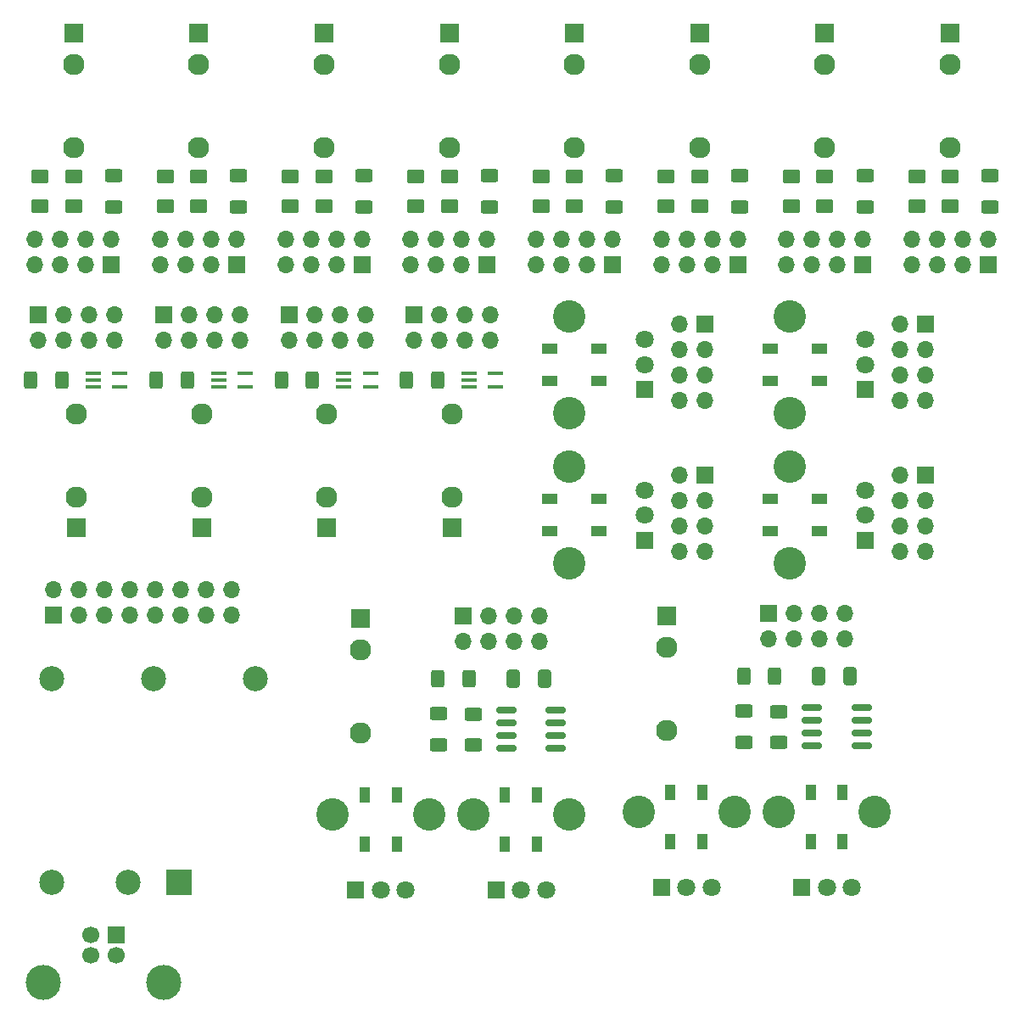
<source format=gbr>
%TF.GenerationSoftware,KiCad,Pcbnew,(6.0.4)*%
%TF.CreationDate,2022-06-03T20:27:28+02:00*%
%TF.ProjectId,vestmannaeyjar-rounded,76657374-6d61-46e6-9e61-65796a61722d,rev?*%
%TF.SameCoordinates,Original*%
%TF.FileFunction,Soldermask,Top*%
%TF.FilePolarity,Negative*%
%FSLAX46Y46*%
G04 Gerber Fmt 4.6, Leading zero omitted, Abs format (unit mm)*
G04 Created by KiCad (PCBNEW (6.0.4)) date 2022-06-03 20:27:28*
%MOMM*%
%LPD*%
G01*
G04 APERTURE LIST*
G04 Aperture macros list*
%AMRoundRect*
0 Rectangle with rounded corners*
0 $1 Rounding radius*
0 $2 $3 $4 $5 $6 $7 $8 $9 X,Y pos of 4 corners*
0 Add a 4 corners polygon primitive as box body*
4,1,4,$2,$3,$4,$5,$6,$7,$8,$9,$2,$3,0*
0 Add four circle primitives for the rounded corners*
1,1,$1+$1,$2,$3*
1,1,$1+$1,$4,$5*
1,1,$1+$1,$6,$7*
1,1,$1+$1,$8,$9*
0 Add four rect primitives between the rounded corners*
20,1,$1+$1,$2,$3,$4,$5,0*
20,1,$1+$1,$4,$5,$6,$7,0*
20,1,$1+$1,$6,$7,$8,$9,0*
20,1,$1+$1,$8,$9,$2,$3,0*%
G04 Aperture macros list end*
%ADD10RoundRect,0.250000X-0.625000X0.400000X-0.625000X-0.400000X0.625000X-0.400000X0.625000X0.400000X0*%
%ADD11R,1.500000X0.400000*%
%ADD12R,2.500000X2.500000*%
%ADD13C,2.500000*%
%ADD14R,1.930000X1.830000*%
%ADD15C,2.130000*%
%ADD16C,3.240000*%
%ADD17R,1.800000X1.800000*%
%ADD18C,1.800000*%
%ADD19RoundRect,0.250001X-0.624999X0.462499X-0.624999X-0.462499X0.624999X-0.462499X0.624999X0.462499X0*%
%ADD20R,1.000000X1.500000*%
%ADD21RoundRect,0.250001X0.624999X-0.462499X0.624999X0.462499X-0.624999X0.462499X-0.624999X-0.462499X0*%
%ADD22RoundRect,0.250000X-0.412500X-0.650000X0.412500X-0.650000X0.412500X0.650000X-0.412500X0.650000X0*%
%ADD23R,1.500000X1.000000*%
%ADD24RoundRect,0.250000X0.625000X-0.400000X0.625000X0.400000X-0.625000X0.400000X-0.625000X-0.400000X0*%
%ADD25RoundRect,0.250000X0.400000X0.625000X-0.400000X0.625000X-0.400000X-0.625000X0.400000X-0.625000X0*%
%ADD26RoundRect,0.150000X-0.825000X-0.150000X0.825000X-0.150000X0.825000X0.150000X-0.825000X0.150000X0*%
%ADD27R,1.700000X1.700000*%
%ADD28O,1.700000X1.700000*%
%ADD29C,1.700000*%
%ADD30C,3.500000*%
G04 APERTURE END LIST*
D10*
%TO.C,R12*%
X30000000Y-36175000D03*
X30000000Y-39275000D03*
%TD*%
%TO.C,R14*%
X42500000Y-36175000D03*
X42500000Y-39275000D03*
%TD*%
D11*
%TO.C,U5*%
X65470000Y-55890000D03*
X65470000Y-56540000D03*
X65470000Y-57190000D03*
X68130000Y-57190000D03*
X68130000Y-55890000D03*
%TD*%
D12*
%TO.C,U3*%
X36540000Y-106655000D03*
D13*
X34000000Y-86335000D03*
X31460000Y-106655000D03*
X44160000Y-86335000D03*
X23840000Y-106655000D03*
X23840000Y-86335000D03*
%TD*%
D14*
%TO.C,J20*%
X38500000Y-21945000D03*
D15*
X38500000Y-33345000D03*
X38500000Y-25045000D03*
%TD*%
D16*
%TO.C,RV3*%
X51880000Y-99892500D03*
X61480000Y-99892500D03*
D17*
X54180000Y-107392500D03*
D18*
X56680000Y-107392500D03*
X59180000Y-107392500D03*
%TD*%
D19*
%TO.C,D10*%
X110160000Y-36237500D03*
X110160000Y-39212500D03*
%TD*%
D20*
%TO.C,D22*%
X102780000Y-97689999D03*
X99580000Y-97689999D03*
X99580000Y-102589999D03*
X102780000Y-102589999D03*
%TD*%
D21*
%TO.C,D9*%
X113500000Y-39212500D03*
X113500000Y-36237500D03*
%TD*%
D10*
%TO.C,R9*%
X105000000Y-36175000D03*
X105000000Y-39275000D03*
%TD*%
D14*
%TO.C,J2*%
X85180000Y-80084999D03*
D15*
X85180000Y-91484999D03*
X85180000Y-83184999D03*
%TD*%
D11*
%TO.C,U4*%
X40470000Y-55890000D03*
X40470000Y-56540000D03*
X40470000Y-57190000D03*
X43130000Y-57190000D03*
X43130000Y-55890000D03*
%TD*%
D22*
%TO.C,C1*%
X100367500Y-86139999D03*
X103492500Y-86139999D03*
%TD*%
D23*
%TO.C,D19*%
X78440000Y-71620000D03*
X78440000Y-68420000D03*
X73540000Y-68420000D03*
X73540000Y-71620000D03*
%TD*%
D14*
%TO.C,J26*%
X26299999Y-71320000D03*
D15*
X26299999Y-59920000D03*
X26299999Y-68220000D03*
%TD*%
D14*
%TO.C,J28*%
X51300000Y-71320000D03*
D15*
X51300000Y-59920000D03*
X51300000Y-68220000D03*
%TD*%
D14*
%TO.C,J11*%
X51000000Y-21945000D03*
D15*
X51000000Y-33345000D03*
X51000000Y-25045000D03*
%TD*%
D16*
%TO.C,RV8*%
X97490000Y-59820000D03*
X97490000Y-50220000D03*
D17*
X104990000Y-57520000D03*
D18*
X104990000Y-55020000D03*
X104990000Y-52520000D03*
%TD*%
D24*
%TO.C,R5*%
X62430000Y-92942500D03*
X62430000Y-89842500D03*
%TD*%
D10*
%TO.C,R13*%
X92500000Y-36175000D03*
X92500000Y-39275000D03*
%TD*%
D14*
%TO.C,J17*%
X88500000Y-21945000D03*
D15*
X88500000Y-33345000D03*
X88500000Y-25045000D03*
%TD*%
D14*
%TO.C,J7*%
X63500000Y-21945000D03*
D15*
X63500000Y-33345000D03*
X63500000Y-25045000D03*
%TD*%
D21*
%TO.C,D7*%
X51000000Y-39212500D03*
X51000000Y-36237500D03*
%TD*%
D10*
%TO.C,R8*%
X67500000Y-36175000D03*
X67500000Y-39275000D03*
%TD*%
%TO.C,R10*%
X55000000Y-36175000D03*
X55000000Y-39275000D03*
%TD*%
D20*
%TO.C,D24*%
X72280000Y-97942500D03*
X69080000Y-97942500D03*
X69080000Y-102842500D03*
X72280000Y-102842500D03*
%TD*%
D19*
%TO.C,D4*%
X60160000Y-36237500D03*
X60160000Y-39212500D03*
%TD*%
D25*
%TO.C,R6*%
X65480000Y-86392500D03*
X62380000Y-86392500D03*
%TD*%
D19*
%TO.C,D2*%
X72660000Y-36237500D03*
X72660000Y-39212500D03*
%TD*%
D21*
%TO.C,D11*%
X26000000Y-39212500D03*
X26000000Y-36237500D03*
%TD*%
D11*
%TO.C,U7*%
X52970001Y-55890000D03*
X52970001Y-56540000D03*
X52970001Y-57190000D03*
X55630001Y-57190000D03*
X55630001Y-55890000D03*
%TD*%
D16*
%TO.C,RV5*%
X97490000Y-65220000D03*
X97490000Y-74820000D03*
D17*
X104990000Y-72520000D03*
D18*
X104990000Y-70020000D03*
X104990000Y-67520000D03*
%TD*%
D14*
%TO.C,J4*%
X54680000Y-80337500D03*
D15*
X54680000Y-91737500D03*
X54680000Y-83437500D03*
%TD*%
D19*
%TO.C,D12*%
X22660000Y-36237500D03*
X22660000Y-39212500D03*
%TD*%
D21*
%TO.C,D3*%
X63500000Y-39212500D03*
X63500000Y-36237500D03*
%TD*%
D16*
%TO.C,RV6*%
X75490000Y-50220000D03*
X75490000Y-59820000D03*
D17*
X82990000Y-57520000D03*
D18*
X82990000Y-55020000D03*
X82990000Y-52520000D03*
%TD*%
D16*
%TO.C,RV7*%
X75490000Y-65220000D03*
X75490000Y-74820000D03*
D17*
X82990000Y-72520000D03*
D18*
X82990000Y-70020000D03*
X82990000Y-67520000D03*
%TD*%
D21*
%TO.C,D1*%
X76000000Y-39212500D03*
X76000000Y-36237500D03*
%TD*%
D14*
%TO.C,J5*%
X76000000Y-21945000D03*
D15*
X76000000Y-33345000D03*
X76000000Y-25045000D03*
%TD*%
D14*
%TO.C,J13*%
X113500000Y-21945000D03*
D15*
X113500000Y-33345000D03*
X113500000Y-25045000D03*
%TD*%
D25*
%TO.C,R15*%
X37349999Y-56540000D03*
X34249999Y-56540000D03*
%TD*%
D22*
%TO.C,C2*%
X69867500Y-86392500D03*
X72992500Y-86392500D03*
%TD*%
D25*
%TO.C,R18*%
X49850000Y-56540000D03*
X46750000Y-56540000D03*
%TD*%
D16*
%TO.C,RV2*%
X96380000Y-99639999D03*
X105980000Y-99639999D03*
D17*
X98680000Y-107139999D03*
D18*
X101180000Y-107139999D03*
X103680000Y-107139999D03*
%TD*%
D26*
%TO.C,U2*%
X69205000Y-89487500D03*
X69205000Y-90757500D03*
X69205000Y-92027500D03*
X69205000Y-93297500D03*
X74155000Y-93297500D03*
X74155000Y-92027500D03*
X74155000Y-90757500D03*
X74155000Y-89487500D03*
%TD*%
D10*
%TO.C,R11*%
X117500000Y-36175000D03*
X117500000Y-39275000D03*
%TD*%
D19*
%TO.C,D16*%
X35160000Y-36237500D03*
X35160000Y-39212500D03*
%TD*%
D14*
%TO.C,J22*%
X38799999Y-71320000D03*
D15*
X38799999Y-59920000D03*
X38799999Y-68220000D03*
%TD*%
D24*
%TO.C,R2*%
X92930000Y-92689999D03*
X92930000Y-89589999D03*
%TD*%
D10*
%TO.C,R4*%
X65930000Y-89892500D03*
X65930000Y-92992500D03*
%TD*%
D20*
%TO.C,D23*%
X58280000Y-97942500D03*
X55080000Y-97942500D03*
X55080000Y-102842500D03*
X58280000Y-102842500D03*
%TD*%
D19*
%TO.C,D14*%
X85160000Y-36237500D03*
X85160000Y-39212500D03*
%TD*%
D26*
%TO.C,U1*%
X99705000Y-89234999D03*
X99705000Y-90504999D03*
X99705000Y-91774999D03*
X99705000Y-93044999D03*
X104655000Y-93044999D03*
X104655000Y-91774999D03*
X104655000Y-90504999D03*
X104655000Y-89234999D03*
%TD*%
D16*
%TO.C,RV4*%
X65880000Y-99892500D03*
X75480000Y-99892500D03*
D17*
X68180000Y-107392500D03*
D18*
X70680000Y-107392500D03*
X73180000Y-107392500D03*
%TD*%
D25*
%TO.C,R17*%
X24849999Y-56540000D03*
X21749999Y-56540000D03*
%TD*%
D20*
%TO.C,D21*%
X88780000Y-97689999D03*
X85580000Y-97689999D03*
X85580000Y-102589999D03*
X88780000Y-102589999D03*
%TD*%
D25*
%TO.C,R16*%
X62349999Y-56540000D03*
X59249999Y-56540000D03*
%TD*%
D21*
%TO.C,D5*%
X101000000Y-39212500D03*
X101000000Y-36237500D03*
%TD*%
D27*
%TO.C,J33*%
X24000000Y-80000000D03*
D28*
X24000000Y-77460000D03*
X26540000Y-80000000D03*
X26540000Y-77460000D03*
X29080000Y-80000000D03*
X29080000Y-77460000D03*
X31620000Y-80000000D03*
X31620000Y-77460000D03*
X34160000Y-80000000D03*
X34160000Y-77460000D03*
X36700000Y-80000000D03*
X36700000Y-77460000D03*
X39240000Y-80000000D03*
X39240000Y-77460000D03*
X41780000Y-80000000D03*
X41780000Y-77460000D03*
%TD*%
D27*
%TO.C,J37*%
X30250000Y-111917500D03*
D29*
X27750000Y-111917500D03*
X27750000Y-113917500D03*
X30250000Y-113917500D03*
D30*
X35020000Y-116627500D03*
X22980000Y-116627500D03*
%TD*%
D25*
%TO.C,R3*%
X95980000Y-86139999D03*
X92880000Y-86139999D03*
%TD*%
D21*
%TO.C,D15*%
X38500000Y-39212500D03*
X38500000Y-36237500D03*
%TD*%
D14*
%TO.C,J24*%
X63799999Y-71320000D03*
D15*
X63799999Y-59920000D03*
X63799999Y-68220000D03*
%TD*%
D21*
%TO.C,D13*%
X88500000Y-39212500D03*
X88500000Y-36237500D03*
%TD*%
D10*
%TO.C,R7*%
X80000000Y-36175000D03*
X80000000Y-39275000D03*
%TD*%
D16*
%TO.C,RV1*%
X82380000Y-99639999D03*
X91980000Y-99639999D03*
D17*
X84680000Y-107139999D03*
D18*
X87180000Y-107139999D03*
X89680000Y-107139999D03*
%TD*%
D11*
%TO.C,U6*%
X27970000Y-55890000D03*
X27970000Y-56540000D03*
X27970000Y-57190000D03*
X30630000Y-57190000D03*
X30630000Y-55890000D03*
%TD*%
D23*
%TO.C,D17*%
X100440000Y-71620000D03*
X100440000Y-68420000D03*
X95540000Y-68420000D03*
X95540000Y-71620000D03*
%TD*%
D14*
%TO.C,J15*%
X26000000Y-21945000D03*
D15*
X26000000Y-33345000D03*
X26000000Y-25045000D03*
%TD*%
D14*
%TO.C,J9*%
X101000000Y-21945000D03*
D15*
X101000000Y-33345000D03*
X101000000Y-25045000D03*
%TD*%
D23*
%TO.C,D20*%
X100440000Y-56620000D03*
X100440000Y-53420000D03*
X95540000Y-53420000D03*
X95540000Y-56620000D03*
%TD*%
D19*
%TO.C,D6*%
X97660000Y-36237500D03*
X97660000Y-39212500D03*
%TD*%
D23*
%TO.C,D18*%
X78440000Y-56620000D03*
X78440000Y-53420000D03*
X73540000Y-53420000D03*
X73540000Y-56620000D03*
%TD*%
D19*
%TO.C,D8*%
X47660000Y-36237500D03*
X47660000Y-39212500D03*
%TD*%
D10*
%TO.C,R1*%
X96430000Y-89639999D03*
X96430000Y-92739999D03*
%TD*%
D27*
%TO.C,J31*%
X89000000Y-66000000D03*
D28*
X86460000Y-66000000D03*
X89000000Y-68540000D03*
X86460000Y-68540000D03*
X89000000Y-71080000D03*
X86460000Y-71080000D03*
X89000000Y-73620000D03*
X86460000Y-73620000D03*
%TD*%
D27*
%TO.C,J14*%
X117300000Y-45000000D03*
D28*
X117300000Y-42460000D03*
X114760000Y-45000000D03*
X114760000Y-42460000D03*
X112220000Y-45000000D03*
X112220000Y-42460000D03*
X109680000Y-45000000D03*
X109680000Y-42460000D03*
%TD*%
D27*
%TO.C,J25*%
X22500000Y-50000000D03*
D28*
X22500000Y-52540000D03*
X25040000Y-50000000D03*
X25040000Y-52540000D03*
X27580000Y-50000000D03*
X27580000Y-52540000D03*
X30120000Y-50000000D03*
X30120000Y-52540000D03*
%TD*%
D27*
%TO.C,J16*%
X29800000Y-45000000D03*
D28*
X29800000Y-42460000D03*
X27260000Y-45000000D03*
X27260000Y-42460000D03*
X24720000Y-45000000D03*
X24720000Y-42460000D03*
X22180000Y-45000000D03*
X22180000Y-42460000D03*
%TD*%
D27*
%TO.C,J18*%
X35000000Y-50000000D03*
D28*
X35000000Y-52540000D03*
X37540000Y-50000000D03*
X37540000Y-52540000D03*
X40080000Y-50000000D03*
X40080000Y-52540000D03*
X42620000Y-50000000D03*
X42620000Y-52540000D03*
%TD*%
D27*
%TO.C,J12*%
X54800000Y-45000000D03*
D28*
X54800000Y-42460000D03*
X52260000Y-45000000D03*
X52260000Y-42460000D03*
X49720000Y-45000000D03*
X49720000Y-42460000D03*
X47180000Y-45000000D03*
X47180000Y-42460000D03*
%TD*%
D27*
%TO.C,J19*%
X92300000Y-45000000D03*
D28*
X92300000Y-42460000D03*
X89760000Y-45000000D03*
X89760000Y-42460000D03*
X87220000Y-45000000D03*
X87220000Y-42460000D03*
X84680000Y-45000000D03*
X84680000Y-42460000D03*
%TD*%
D27*
%TO.C,J1*%
X95380000Y-79864999D03*
D28*
X95380000Y-82404999D03*
X97920000Y-79864999D03*
X97920000Y-82404999D03*
X100460000Y-79864999D03*
X100460000Y-82404999D03*
X103000000Y-79864999D03*
X103000000Y-82404999D03*
%TD*%
D27*
%TO.C,J30*%
X89000000Y-51000000D03*
D28*
X86460000Y-51000000D03*
X89000000Y-53540000D03*
X86460000Y-53540000D03*
X89000000Y-56080000D03*
X86460000Y-56080000D03*
X89000000Y-58620000D03*
X86460000Y-58620000D03*
%TD*%
D27*
%TO.C,J6*%
X79800000Y-45000000D03*
D28*
X79800000Y-42460000D03*
X77260000Y-45000000D03*
X77260000Y-42460000D03*
X74720000Y-45000000D03*
X74720000Y-42460000D03*
X72180000Y-45000000D03*
X72180000Y-42460000D03*
%TD*%
D27*
%TO.C,J3*%
X64880000Y-80117500D03*
D28*
X64880000Y-82657500D03*
X67420000Y-80117500D03*
X67420000Y-82657500D03*
X69960000Y-80117500D03*
X69960000Y-82657500D03*
X72500000Y-80117500D03*
X72500000Y-82657500D03*
%TD*%
D27*
%TO.C,J10*%
X104800000Y-45000000D03*
D28*
X104800000Y-42460000D03*
X102260000Y-45000000D03*
X102260000Y-42460000D03*
X99720000Y-45000000D03*
X99720000Y-42460000D03*
X97180000Y-45000000D03*
X97180000Y-42460000D03*
%TD*%
D27*
%TO.C,J32*%
X111000000Y-51000000D03*
D28*
X108460000Y-51000000D03*
X111000000Y-53540000D03*
X108460000Y-53540000D03*
X111000000Y-56080000D03*
X108460000Y-56080000D03*
X111000000Y-58620000D03*
X108460000Y-58620000D03*
%TD*%
D27*
%TO.C,J21*%
X42300000Y-45000000D03*
D28*
X42300000Y-42460000D03*
X39760000Y-45000000D03*
X39760000Y-42460000D03*
X37220000Y-45000000D03*
X37220000Y-42460000D03*
X34680000Y-45000000D03*
X34680000Y-42460000D03*
%TD*%
D27*
%TO.C,J23*%
X60000000Y-50000000D03*
D28*
X60000000Y-52540000D03*
X62540000Y-50000000D03*
X62540000Y-52540000D03*
X65080000Y-50000000D03*
X65080000Y-52540000D03*
X67620000Y-50000000D03*
X67620000Y-52540000D03*
%TD*%
D27*
%TO.C,J29*%
X111000000Y-66000000D03*
D28*
X108460000Y-66000000D03*
X111000000Y-68540000D03*
X108460000Y-68540000D03*
X111000000Y-71080000D03*
X108460000Y-71080000D03*
X111000000Y-73620000D03*
X108460000Y-73620000D03*
%TD*%
D27*
%TO.C,J8*%
X67300000Y-45000000D03*
D28*
X67300000Y-42460000D03*
X64760000Y-45000000D03*
X64760000Y-42460000D03*
X62220000Y-45000000D03*
X62220000Y-42460000D03*
X59680000Y-45000000D03*
X59680000Y-42460000D03*
%TD*%
D27*
%TO.C,J27*%
X47500001Y-50000000D03*
D28*
X47500001Y-52540000D03*
X50040001Y-50000000D03*
X50040001Y-52540000D03*
X52580001Y-50000000D03*
X52580001Y-52540000D03*
X55120001Y-50000000D03*
X55120001Y-52540000D03*
%TD*%
M02*

</source>
